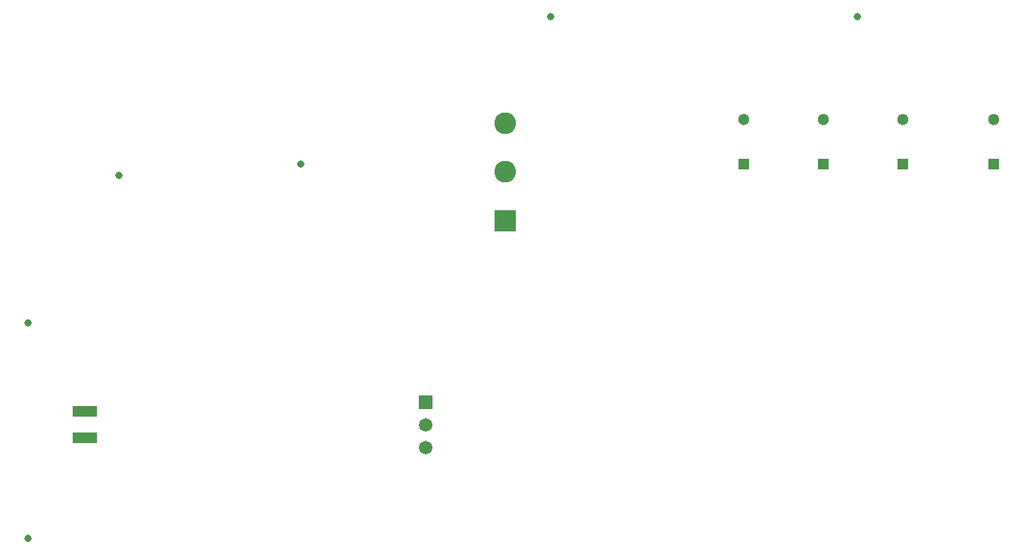
<source format=gbl>
%TF.GenerationSoftware,KiCad,Pcbnew,5.1.9+dfsg1-1+deb11u1*%
%TF.CreationDate,2023-05-03T00:18:42-05:00*%
%TF.ProjectId,PCB Test Design,50434220-5465-4737-9420-44657369676e,rev?*%
%TF.SameCoordinates,Original*%
%TF.FileFunction,Copper,L2,Bot*%
%TF.FilePolarity,Positive*%
%FSLAX46Y46*%
G04 Gerber Fmt 4.6, Leading zero omitted, Abs format (unit mm)*
G04 Created by KiCad (PCBNEW 5.1.9+dfsg1-1+deb11u1) date 2023-05-03 00:18:42*
%MOMM*%
%LPD*%
G01*
G04 APERTURE LIST*
%TA.AperFunction,ComponentPad*%
%ADD10R,1.300000X1.300000*%
%TD*%
%TA.AperFunction,ComponentPad*%
%ADD11C,1.300000*%
%TD*%
%TA.AperFunction,SMDPad,CuDef*%
%ADD12R,2.700000X1.150000*%
%TD*%
%TA.AperFunction,ComponentPad*%
%ADD13R,1.515000X1.515000*%
%TD*%
%TA.AperFunction,ComponentPad*%
%ADD14C,1.515000*%
%TD*%
%TA.AperFunction,ComponentPad*%
%ADD15C,2.430000*%
%TD*%
%TA.AperFunction,ComponentPad*%
%ADD16R,2.430000X2.430000*%
%TD*%
%TA.AperFunction,ViaPad*%
%ADD17C,0.800000*%
%TD*%
G04 APERTURE END LIST*
D10*
%TO.P, ,1*%
%TO.N,N/C*%
X177800000Y-77470000D03*
D11*
%TO.P, ,2*%
X177800000Y-72470000D03*
%TD*%
D10*
%TO.P, ,1*%
%TO.N,N/C*%
X168910000Y-77470000D03*
D11*
%TO.P, ,2*%
X168910000Y-72470000D03*
%TD*%
D10*
%TO.P, ,1*%
%TO.N,N/C*%
X160020000Y-77470000D03*
D11*
%TO.P, ,2*%
X160020000Y-72470000D03*
%TD*%
D10*
%TO.P,C2 (6KV\u002C 33pF),1*%
%TO.N,N/C*%
X187960000Y-77470000D03*
D11*
%TO.P,C2 (6KV\u002C 33pF),2*%
X187960000Y-72470000D03*
%TD*%
D12*
%TO.P,C1 (1 uF\u002C 100V),1*%
%TO.N,N/C*%
X86360000Y-108180000D03*
%TO.P,C1 (1 uF\u002C 100V),2*%
X86360000Y-105180000D03*
%TD*%
D13*
%TO.P,VR\u002A\u002A,R11*%
%TO.N,N/C*%
X124460000Y-104140000D03*
D14*
%TO.P,VR\u002A\u002A,R12*%
X124460000Y-106680000D03*
%TO.P,VR\u002A\u002A,R13*%
X124460000Y-109220000D03*
%TD*%
D15*
%TO.P,Q\u002A\u002A,3*%
%TO.N,N/C*%
X133350000Y-72920000D03*
%TO.P,Q\u002A\u002A,2*%
X133350000Y-78370000D03*
D16*
%TO.P,Q\u002A\u002A,1*%
X133350000Y-83820000D03*
%TD*%
D17*
%TO.N,*%
X80010000Y-95250000D03*
X80010000Y-119380000D03*
X110490000Y-77470000D03*
X90170000Y-78740000D03*
X172720000Y-60960000D03*
X138430000Y-60960000D03*
%TD*%
M02*

</source>
